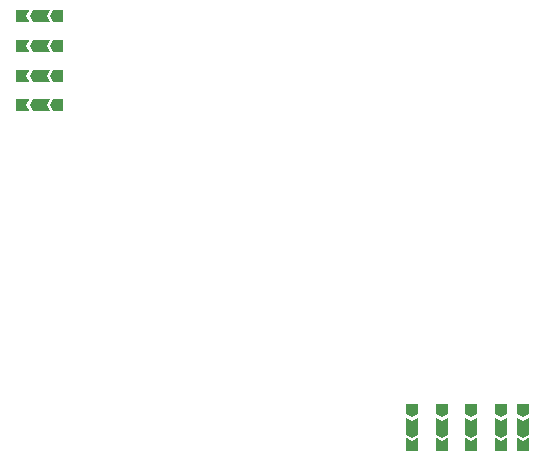
<source format=gbr>
%TF.GenerationSoftware,KiCad,Pcbnew,(7.0.0)*%
%TF.CreationDate,2023-08-04T18:21:46+01:00*%
%TF.ProjectId,DataIOROM,44617461-494f-4524-9f4d-2e6b69636164,rev?*%
%TF.SameCoordinates,Original*%
%TF.FileFunction,Paste,Bot*%
%TF.FilePolarity,Positive*%
%FSLAX46Y46*%
G04 Gerber Fmt 4.6, Leading zero omitted, Abs format (unit mm)*
G04 Created by KiCad (PCBNEW (7.0.0)) date 2023-08-04 18:21:46*
%MOMM*%
%LPD*%
G01*
G04 APERTURE LIST*
G04 Aperture macros list*
%AMFreePoly0*
4,1,28,0.437580,0.475466,0.437668,0.475471,0.437749,0.475396,0.437854,0.475354,0.437887,0.475272,0.437952,0.475214,0.662952,0.000214,0.662953,0.000188,0.662972,0.000168,0.662963,0.000000,0.662972,-0.000168,0.662953,-0.000188,0.662952,-0.000214,0.437952,-0.475214,0.437887,-0.475272,0.437854,-0.475354,0.437749,-0.475396,0.437668,-0.475471,0.437580,-0.475466,0.437500,-0.475500,
-0.462500,-0.475500,-0.462854,-0.475354,-0.463000,-0.475000,-0.463000,0.475000,-0.462854,0.475354,-0.462500,0.475500,0.437500,0.475500,0.437580,0.475466,0.437580,0.475466,$1*%
%AMFreePoly1*
4,1,45,0.592573,0.475469,0.592656,0.475476,0.592745,0.475398,0.592854,0.475354,0.592885,0.475277,0.592946,0.475225,0.832946,0.000225,0.832948,0.000187,0.832976,0.000156,0.832963,0.000000,0.832976,-0.000156,0.832948,-0.000187,0.832946,-0.000225,0.592946,-0.475225,0.592885,-0.475277,0.592854,-0.475354,0.592745,-0.475398,0.592656,-0.475476,0.592573,-0.475469,0.592500,-0.475500,
-0.837500,-0.475500,-0.837602,-0.475457,-0.837714,-0.475452,-0.837772,-0.475387,-0.837854,-0.475354,-0.837896,-0.475249,-0.837971,-0.475168,-0.837966,-0.475080,-0.838000,-0.475000,-0.837957,-0.474897,-0.837952,-0.474786,-0.613053,0.000000,-0.837952,0.474786,-0.837957,0.474897,-0.838000,0.475000,-0.837966,0.475080,-0.837971,0.475168,-0.837896,0.475249,-0.837854,0.475354,-0.837772,0.475387,
-0.837714,0.475452,-0.837602,0.475457,-0.837500,0.475500,0.592500,0.475500,0.592573,0.475469,0.592573,0.475469,$1*%
%AMFreePoly2*
4,1,30,0.437854,0.475354,0.438000,0.475000,0.438000,-0.475000,0.437854,-0.475354,0.437500,-0.475500,-0.682500,-0.475500,-0.682608,-0.475455,-0.682725,-0.475446,-0.682777,-0.475385,-0.682854,-0.475354,-0.682898,-0.475245,-0.682976,-0.475156,-0.682969,-0.475073,-0.683000,-0.475000,-0.682955,-0.474891,-0.682946,-0.474775,-0.443060,0.000000,-0.682946,0.474775,-0.682955,0.474891,-0.683000,0.475000,
-0.682969,0.475073,-0.682976,0.475156,-0.682898,0.475245,-0.682854,0.475354,-0.682777,0.475385,-0.682725,0.475446,-0.682608,0.475455,-0.682500,0.475500,0.437500,0.475500,0.437854,0.475354,0.437854,0.475354,$1*%
G04 Aperture macros list end*
%ADD10FreePoly0,270.000000*%
%ADD11FreePoly1,270.000000*%
%ADD12FreePoly2,270.000000*%
%ADD13FreePoly0,180.000000*%
%ADD14FreePoly1,180.000000*%
%ADD15FreePoly2,180.000000*%
G04 APERTURE END LIST*
D10*
%TO.C,J3*%
X160625800Y-121488000D03*
D11*
X160625800Y-123063000D03*
D12*
X160625800Y-124638000D03*
%TD*%
D10*
%TO.C,J2*%
X158115800Y-121488000D03*
D11*
X158115800Y-123063000D03*
D12*
X158115800Y-124638000D03*
%TD*%
D13*
%TO.C,J11*%
X125640800Y-95758000D03*
D14*
X124065800Y-95758000D03*
D15*
X122490800Y-95758000D03*
%TD*%
D10*
%TO.C,J1*%
X155605800Y-121488000D03*
D11*
X155605800Y-123063000D03*
D12*
X155605800Y-124638000D03*
%TD*%
D13*
%TO.C,J7*%
X125640800Y-90738000D03*
D14*
X124065800Y-90738000D03*
D15*
X122490800Y-90738000D03*
%TD*%
D13*
%TO.C,J8*%
X125640800Y-93248000D03*
D14*
X124065800Y-93248000D03*
D15*
X122490800Y-93248000D03*
%TD*%
D13*
%TO.C,J6*%
X125640800Y-88228000D03*
D14*
X124065800Y-88228000D03*
D15*
X122490800Y-88228000D03*
%TD*%
D10*
%TO.C,J5*%
X164973000Y-121488000D03*
D11*
X164973000Y-123063000D03*
D12*
X164973000Y-124638000D03*
%TD*%
D10*
%TO.C,J4*%
X163135800Y-121488000D03*
D11*
X163135800Y-123063000D03*
D12*
X163135800Y-124638000D03*
%TD*%
M02*

</source>
